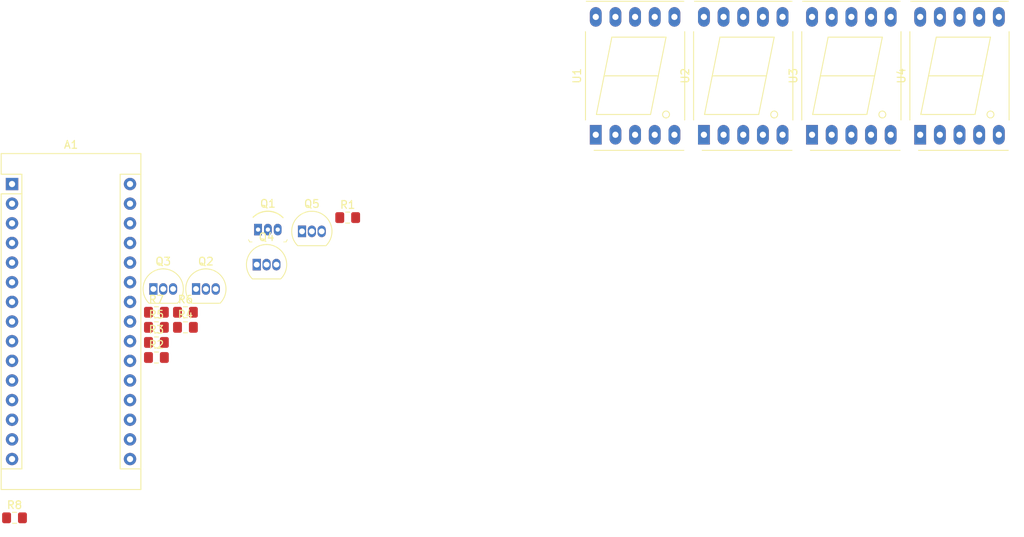
<source format=kicad_pcb>
(kicad_pcb (version 20171130) (host pcbnew "(5.0.0)")

  (general
    (thickness 1.6)
    (drawings 0)
    (tracks 0)
    (zones 0)
    (modules 18)
    (nets 28)
  )

  (page A4)
  (layers
    (0 F.Cu signal)
    (31 B.Cu signal)
    (32 B.Adhes user)
    (33 F.Adhes user)
    (34 B.Paste user)
    (35 F.Paste user)
    (36 B.SilkS user)
    (37 F.SilkS user)
    (38 B.Mask user)
    (39 F.Mask user)
    (40 Dwgs.User user)
    (41 Cmts.User user)
    (42 Eco1.User user)
    (43 Eco2.User user)
    (44 Edge.Cuts user)
    (45 Margin user)
    (46 B.CrtYd user)
    (47 F.CrtYd user)
    (48 B.Fab user)
    (49 F.Fab user)
  )

  (setup
    (last_trace_width 0.25)
    (trace_clearance 0.2)
    (zone_clearance 0.508)
    (zone_45_only no)
    (trace_min 0.2)
    (segment_width 0.2)
    (edge_width 0.15)
    (via_size 0.8)
    (via_drill 0.4)
    (via_min_size 0.4)
    (via_min_drill 0.3)
    (uvia_size 0.3)
    (uvia_drill 0.1)
    (uvias_allowed no)
    (uvia_min_size 0.2)
    (uvia_min_drill 0.1)
    (pcb_text_width 0.3)
    (pcb_text_size 1.5 1.5)
    (mod_edge_width 0.15)
    (mod_text_size 1 1)
    (mod_text_width 0.15)
    (pad_size 1.524 1.524)
    (pad_drill 0.762)
    (pad_to_mask_clearance 0.2)
    (aux_axis_origin 0 0)
    (visible_elements FFFFFF7F)
    (pcbplotparams
      (layerselection 0x010fc_ffffffff)
      (usegerberextensions false)
      (usegerberattributes false)
      (usegerberadvancedattributes false)
      (creategerberjobfile false)
      (excludeedgelayer true)
      (linewidth 0.100000)
      (plotframeref false)
      (viasonmask false)
      (mode 1)
      (useauxorigin false)
      (hpglpennumber 1)
      (hpglpenspeed 20)
      (hpglpendiameter 15.000000)
      (psnegative false)
      (psa4output false)
      (plotreference true)
      (plotvalue true)
      (plotinvisibletext false)
      (padsonsilk false)
      (subtractmaskfromsilk false)
      (outputformat 1)
      (mirror false)
      (drillshape 1)
      (scaleselection 1)
      (outputdirectory ""))
  )

  (net 0 "")
  (net 1 /A)
  (net 2 GND)
  (net 3 /B)
  (net 4 "Net-(A1-Pad5)")
  (net 5 /C)
  (net 6 /D)
  (net 7 "Net-(A1-Pad7)")
  (net 8 /E)
  (net 9 "Net-(A1-Pad8)")
  (net 10 /F)
  (net 11 "Net-(A1-Pad9)")
  (net 12 /G)
  (net 13 "Net-(A1-Pad10)")
  (net 14 /DP)
  (net 15 +5V)
  (net 16 "Net-(Q2-Pad3)")
  (net 17 "Net-(Q3-Pad3)")
  (net 18 "Net-(Q4-Pad3)")
  (net 19 "Net-(Q5-Pad3)")
  (net 20 "Net-(R1-Pad1)")
  (net 21 "Net-(R2-Pad1)")
  (net 22 "Net-(R3-Pad1)")
  (net 23 "Net-(R4-Pad1)")
  (net 24 "Net-(R5-Pad1)")
  (net 25 "Net-(R6-Pad1)")
  (net 26 "Net-(R7-Pad1)")
  (net 27 "Net-(R8-Pad1)")

  (net_class Default "This is the default net class."
    (clearance 0.2)
    (trace_width 0.25)
    (via_dia 0.8)
    (via_drill 0.4)
    (uvia_dia 0.3)
    (uvia_drill 0.1)
    (add_net +5V)
    (add_net /A)
    (add_net /B)
    (add_net /C)
    (add_net /D)
    (add_net /DP)
    (add_net /E)
    (add_net /F)
    (add_net /G)
    (add_net GND)
    (add_net "Net-(A1-Pad10)")
    (add_net "Net-(A1-Pad5)")
    (add_net "Net-(A1-Pad7)")
    (add_net "Net-(A1-Pad8)")
    (add_net "Net-(A1-Pad9)")
    (add_net "Net-(Q2-Pad3)")
    (add_net "Net-(Q3-Pad3)")
    (add_net "Net-(Q4-Pad3)")
    (add_net "Net-(Q5-Pad3)")
    (add_net "Net-(R1-Pad1)")
    (add_net "Net-(R2-Pad1)")
    (add_net "Net-(R3-Pad1)")
    (add_net "Net-(R4-Pad1)")
    (add_net "Net-(R5-Pad1)")
    (add_net "Net-(R6-Pad1)")
    (add_net "Net-(R7-Pad1)")
    (add_net "Net-(R8-Pad1)")
  )

  (module Module:Arduino_Nano (layer F.Cu) (tedit 58ACAF70) (tstamp 5DE0173D)
    (at 82.073001 74.951001)
    (descr "Arduino Nano, http://www.mouser.com/pdfdocs/Gravitech_Arduino_Nano3_0.pdf")
    (tags "Arduino Nano")
    (path /5DD0C0A6)
    (fp_text reference A1 (at 7.62 -5.08) (layer F.SilkS)
      (effects (font (size 1 1) (thickness 0.15)))
    )
    (fp_text value Arduino_Nano_v3.x (at 8.89 19.05 90) (layer F.Fab)
      (effects (font (size 1 1) (thickness 0.15)))
    )
    (fp_text user %R (at 6.35 19.05 90) (layer F.Fab)
      (effects (font (size 1 1) (thickness 0.15)))
    )
    (fp_line (start 1.27 1.27) (end 1.27 -1.27) (layer F.SilkS) (width 0.12))
    (fp_line (start 1.27 -1.27) (end -1.4 -1.27) (layer F.SilkS) (width 0.12))
    (fp_line (start -1.4 1.27) (end -1.4 39.5) (layer F.SilkS) (width 0.12))
    (fp_line (start -1.4 -3.94) (end -1.4 -1.27) (layer F.SilkS) (width 0.12))
    (fp_line (start 13.97 -1.27) (end 16.64 -1.27) (layer F.SilkS) (width 0.12))
    (fp_line (start 13.97 -1.27) (end 13.97 36.83) (layer F.SilkS) (width 0.12))
    (fp_line (start 13.97 36.83) (end 16.64 36.83) (layer F.SilkS) (width 0.12))
    (fp_line (start 1.27 1.27) (end -1.4 1.27) (layer F.SilkS) (width 0.12))
    (fp_line (start 1.27 1.27) (end 1.27 36.83) (layer F.SilkS) (width 0.12))
    (fp_line (start 1.27 36.83) (end -1.4 36.83) (layer F.SilkS) (width 0.12))
    (fp_line (start 3.81 31.75) (end 11.43 31.75) (layer F.Fab) (width 0.1))
    (fp_line (start 11.43 31.75) (end 11.43 41.91) (layer F.Fab) (width 0.1))
    (fp_line (start 11.43 41.91) (end 3.81 41.91) (layer F.Fab) (width 0.1))
    (fp_line (start 3.81 41.91) (end 3.81 31.75) (layer F.Fab) (width 0.1))
    (fp_line (start -1.4 39.5) (end 16.64 39.5) (layer F.SilkS) (width 0.12))
    (fp_line (start 16.64 39.5) (end 16.64 -3.94) (layer F.SilkS) (width 0.12))
    (fp_line (start 16.64 -3.94) (end -1.4 -3.94) (layer F.SilkS) (width 0.12))
    (fp_line (start 16.51 39.37) (end -1.27 39.37) (layer F.Fab) (width 0.1))
    (fp_line (start -1.27 39.37) (end -1.27 -2.54) (layer F.Fab) (width 0.1))
    (fp_line (start -1.27 -2.54) (end 0 -3.81) (layer F.Fab) (width 0.1))
    (fp_line (start 0 -3.81) (end 16.51 -3.81) (layer F.Fab) (width 0.1))
    (fp_line (start 16.51 -3.81) (end 16.51 39.37) (layer F.Fab) (width 0.1))
    (fp_line (start -1.53 -4.06) (end 16.75 -4.06) (layer F.CrtYd) (width 0.05))
    (fp_line (start -1.53 -4.06) (end -1.53 42.16) (layer F.CrtYd) (width 0.05))
    (fp_line (start 16.75 42.16) (end 16.75 -4.06) (layer F.CrtYd) (width 0.05))
    (fp_line (start 16.75 42.16) (end -1.53 42.16) (layer F.CrtYd) (width 0.05))
    (pad 1 thru_hole rect (at 0 0) (size 1.6 1.6) (drill 0.8) (layers *.Cu *.Mask))
    (pad 17 thru_hole oval (at 15.24 33.02) (size 1.6 1.6) (drill 0.8) (layers *.Cu *.Mask))
    (pad 2 thru_hole oval (at 0 2.54) (size 1.6 1.6) (drill 0.8) (layers *.Cu *.Mask))
    (pad 18 thru_hole oval (at 15.24 30.48) (size 1.6 1.6) (drill 0.8) (layers *.Cu *.Mask))
    (pad 3 thru_hole oval (at 0 5.08) (size 1.6 1.6) (drill 0.8) (layers *.Cu *.Mask))
    (pad 19 thru_hole oval (at 15.24 27.94) (size 1.6 1.6) (drill 0.8) (layers *.Cu *.Mask)
      (net 1 /A))
    (pad 4 thru_hole oval (at 0 7.62) (size 1.6 1.6) (drill 0.8) (layers *.Cu *.Mask)
      (net 2 GND))
    (pad 20 thru_hole oval (at 15.24 25.4) (size 1.6 1.6) (drill 0.8) (layers *.Cu *.Mask)
      (net 3 /B))
    (pad 5 thru_hole oval (at 0 10.16) (size 1.6 1.6) (drill 0.8) (layers *.Cu *.Mask)
      (net 4 "Net-(A1-Pad5)"))
    (pad 21 thru_hole oval (at 15.24 22.86) (size 1.6 1.6) (drill 0.8) (layers *.Cu *.Mask)
      (net 5 /C))
    (pad 6 thru_hole oval (at 0 12.7) (size 1.6 1.6) (drill 0.8) (layers *.Cu *.Mask))
    (pad 22 thru_hole oval (at 15.24 20.32) (size 1.6 1.6) (drill 0.8) (layers *.Cu *.Mask)
      (net 6 /D))
    (pad 7 thru_hole oval (at 0 15.24) (size 1.6 1.6) (drill 0.8) (layers *.Cu *.Mask)
      (net 7 "Net-(A1-Pad7)"))
    (pad 23 thru_hole oval (at 15.24 17.78) (size 1.6 1.6) (drill 0.8) (layers *.Cu *.Mask)
      (net 8 /E))
    (pad 8 thru_hole oval (at 0 17.78) (size 1.6 1.6) (drill 0.8) (layers *.Cu *.Mask)
      (net 9 "Net-(A1-Pad8)"))
    (pad 24 thru_hole oval (at 15.24 15.24) (size 1.6 1.6) (drill 0.8) (layers *.Cu *.Mask)
      (net 10 /F))
    (pad 9 thru_hole oval (at 0 20.32) (size 1.6 1.6) (drill 0.8) (layers *.Cu *.Mask)
      (net 11 "Net-(A1-Pad9)"))
    (pad 25 thru_hole oval (at 15.24 12.7) (size 1.6 1.6) (drill 0.8) (layers *.Cu *.Mask)
      (net 12 /G))
    (pad 10 thru_hole oval (at 0 22.86) (size 1.6 1.6) (drill 0.8) (layers *.Cu *.Mask)
      (net 13 "Net-(A1-Pad10)"))
    (pad 26 thru_hole oval (at 15.24 10.16) (size 1.6 1.6) (drill 0.8) (layers *.Cu *.Mask)
      (net 14 /DP))
    (pad 11 thru_hole oval (at 0 25.4) (size 1.6 1.6) (drill 0.8) (layers *.Cu *.Mask))
    (pad 27 thru_hole oval (at 15.24 7.62) (size 1.6 1.6) (drill 0.8) (layers *.Cu *.Mask))
    (pad 12 thru_hole oval (at 0 27.94) (size 1.6 1.6) (drill 0.8) (layers *.Cu *.Mask))
    (pad 28 thru_hole oval (at 15.24 5.08) (size 1.6 1.6) (drill 0.8) (layers *.Cu *.Mask))
    (pad 13 thru_hole oval (at 0 30.48) (size 1.6 1.6) (drill 0.8) (layers *.Cu *.Mask))
    (pad 29 thru_hole oval (at 15.24 2.54) (size 1.6 1.6) (drill 0.8) (layers *.Cu *.Mask)
      (net 2 GND))
    (pad 14 thru_hole oval (at 0 33.02) (size 1.6 1.6) (drill 0.8) (layers *.Cu *.Mask))
    (pad 30 thru_hole oval (at 15.24 0) (size 1.6 1.6) (drill 0.8) (layers *.Cu *.Mask)
      (net 15 +5V))
    (pad 15 thru_hole oval (at 0 35.56) (size 1.6 1.6) (drill 0.8) (layers *.Cu *.Mask))
    (pad 16 thru_hole oval (at 15.24 35.56) (size 1.6 1.6) (drill 0.8) (layers *.Cu *.Mask))
    (model ${KISYS3DMOD}/Module.3dshapes/Arduino_Nano_WithMountingHoles.wrl
      (at (xyz 0 0 0))
      (scale (xyz 1 1 1))
      (rotate (xyz 0 0 0))
    )
  )

  (module digikey-footprints:TO-92-3 (layer F.Cu) (tedit 5AF9CDD1) (tstamp 5DE01751)
    (at 113.853001 80.841001)
    (descr http://www.ti.com/lit/ds/symlink/tl431a.pdf)
    (path /5DD0AED7)
    (fp_text reference Q1 (at 1.27 -3.35) (layer F.SilkS)
      (effects (font (size 1 1) (thickness 0.15)))
    )
    (fp_text value OH090U (at 1.27 2.5) (layer F.Fab)
      (effects (font (size 1 1) (thickness 0.15)))
    )
    (fp_arc (start 1.27 0.35) (end -0.63 -1.6) (angle 90) (layer F.SilkS) (width 0.15))
    (fp_line (start 3.57 1.5) (end -1.03 1.5) (layer F.Fab) (width 0.15))
    (fp_arc (start 1.27 0.3) (end -1.03 1.5) (angle 235) (layer F.Fab) (width 0.15))
    (fp_arc (start 1.27 0.3) (end -1.33 0.3) (angle 90) (layer F.Fab) (width 0.15))
    (fp_line (start -1.63 -2.5) (end 4.17 -2.5) (layer F.CrtYd) (width 0.05))
    (fp_line (start -1.63 1.75) (end 4.17 1.75) (layer F.CrtYd) (width 0.05))
    (fp_line (start -1.63 1.75) (end -1.63 -2.5) (layer F.CrtYd) (width 0.05))
    (fp_line (start 4.17 1.75) (end 4.17 -2.5) (layer F.CrtYd) (width 0.05))
    (fp_line (start 3.62 1.6) (end 3.77 1.3) (layer F.SilkS) (width 0.1))
    (fp_line (start 3.62 1.6) (end 3.32 1.6) (layer F.SilkS) (width 0.1))
    (fp_line (start -0.78 1.6) (end -1.08 1.6) (layer F.SilkS) (width 0.1))
    (fp_line (start -1.08 1.6) (end -1.23 1.3) (layer F.SilkS) (width 0.1))
    (fp_text user %R (at 1.27 -1.25 180) (layer F.Fab)
      (effects (font (size 0.75 0.75) (thickness 0.15)))
    )
    (pad 2 thru_hole oval (at 1.27 0 180) (size 1 1.5) (drill 0.55) (layers *.Cu *.Mask)
      (net 2 GND))
    (pad 3 thru_hole oval (at 2.54 0 180) (size 1 1.5) (drill 0.55) (layers *.Cu *.Mask)
      (net 4 "Net-(A1-Pad5)"))
    (pad 1 thru_hole rect (at 0 0 180) (size 1 1.5) (drill 0.55) (layers *.Cu *.Mask)
      (net 15 +5V))
  )

  (module Package_TO_SOT_THT:TO-92_Inline (layer F.Cu) (tedit 5A1DD157) (tstamp 5DE01763)
    (at 105.843001 88.521001)
    (descr "TO-92 leads in-line, narrow, oval pads, drill 0.75mm (see NXP sot054_po.pdf)")
    (tags "to-92 sc-43 sc-43a sot54 PA33 transistor")
    (path /5DD4EE49)
    (fp_text reference Q2 (at 1.27 -3.56) (layer F.SilkS)
      (effects (font (size 1 1) (thickness 0.15)))
    )
    (fp_text value 2N7000 (at 1.27 2.79) (layer F.Fab)
      (effects (font (size 1 1) (thickness 0.15)))
    )
    (fp_arc (start 1.27 0) (end 1.27 -2.6) (angle 135) (layer F.SilkS) (width 0.12))
    (fp_arc (start 1.27 0) (end 1.27 -2.48) (angle -135) (layer F.Fab) (width 0.1))
    (fp_arc (start 1.27 0) (end 1.27 -2.6) (angle -135) (layer F.SilkS) (width 0.12))
    (fp_arc (start 1.27 0) (end 1.27 -2.48) (angle 135) (layer F.Fab) (width 0.1))
    (fp_line (start 4 2.01) (end -1.46 2.01) (layer F.CrtYd) (width 0.05))
    (fp_line (start 4 2.01) (end 4 -2.73) (layer F.CrtYd) (width 0.05))
    (fp_line (start -1.46 -2.73) (end -1.46 2.01) (layer F.CrtYd) (width 0.05))
    (fp_line (start -1.46 -2.73) (end 4 -2.73) (layer F.CrtYd) (width 0.05))
    (fp_line (start -0.5 1.75) (end 3 1.75) (layer F.Fab) (width 0.1))
    (fp_line (start -0.53 1.85) (end 3.07 1.85) (layer F.SilkS) (width 0.12))
    (fp_text user %R (at 1.27 -3.56) (layer F.Fab)
      (effects (font (size 1 1) (thickness 0.15)))
    )
    (pad 1 thru_hole rect (at 0 0) (size 1.05 1.5) (drill 0.75) (layers *.Cu *.Mask)
      (net 2 GND))
    (pad 3 thru_hole oval (at 2.54 0) (size 1.05 1.5) (drill 0.75) (layers *.Cu *.Mask)
      (net 16 "Net-(Q2-Pad3)"))
    (pad 2 thru_hole oval (at 1.27 0) (size 1.05 1.5) (drill 0.75) (layers *.Cu *.Mask)
      (net 13 "Net-(A1-Pad10)"))
    (model ${KISYS3DMOD}/Package_TO_SOT_THT.3dshapes/TO-92_Inline.wrl
      (at (xyz 0 0 0))
      (scale (xyz 1 1 1))
      (rotate (xyz 0 0 0))
    )
  )

  (module Package_TO_SOT_THT:TO-92_Inline (layer F.Cu) (tedit 5A1DD157) (tstamp 5DE01775)
    (at 100.333001 88.521001)
    (descr "TO-92 leads in-line, narrow, oval pads, drill 0.75mm (see NXP sot054_po.pdf)")
    (tags "to-92 sc-43 sc-43a sot54 PA33 transistor")
    (path /5DD4EFC7)
    (fp_text reference Q3 (at 1.27 -3.56) (layer F.SilkS)
      (effects (font (size 1 1) (thickness 0.15)))
    )
    (fp_text value 2N7000 (at 1.27 2.79) (layer F.Fab)
      (effects (font (size 1 1) (thickness 0.15)))
    )
    (fp_text user %R (at 1.27 -3.56) (layer F.Fab)
      (effects (font (size 1 1) (thickness 0.15)))
    )
    (fp_line (start -0.53 1.85) (end 3.07 1.85) (layer F.SilkS) (width 0.12))
    (fp_line (start -0.5 1.75) (end 3 1.75) (layer F.Fab) (width 0.1))
    (fp_line (start -1.46 -2.73) (end 4 -2.73) (layer F.CrtYd) (width 0.05))
    (fp_line (start -1.46 -2.73) (end -1.46 2.01) (layer F.CrtYd) (width 0.05))
    (fp_line (start 4 2.01) (end 4 -2.73) (layer F.CrtYd) (width 0.05))
    (fp_line (start 4 2.01) (end -1.46 2.01) (layer F.CrtYd) (width 0.05))
    (fp_arc (start 1.27 0) (end 1.27 -2.48) (angle 135) (layer F.Fab) (width 0.1))
    (fp_arc (start 1.27 0) (end 1.27 -2.6) (angle -135) (layer F.SilkS) (width 0.12))
    (fp_arc (start 1.27 0) (end 1.27 -2.48) (angle -135) (layer F.Fab) (width 0.1))
    (fp_arc (start 1.27 0) (end 1.27 -2.6) (angle 135) (layer F.SilkS) (width 0.12))
    (pad 2 thru_hole oval (at 1.27 0) (size 1.05 1.5) (drill 0.75) (layers *.Cu *.Mask)
      (net 11 "Net-(A1-Pad9)"))
    (pad 3 thru_hole oval (at 2.54 0) (size 1.05 1.5) (drill 0.75) (layers *.Cu *.Mask)
      (net 17 "Net-(Q3-Pad3)"))
    (pad 1 thru_hole rect (at 0 0) (size 1.05 1.5) (drill 0.75) (layers *.Cu *.Mask)
      (net 2 GND))
    (model ${KISYS3DMOD}/Package_TO_SOT_THT.3dshapes/TO-92_Inline.wrl
      (at (xyz 0 0 0))
      (scale (xyz 1 1 1))
      (rotate (xyz 0 0 0))
    )
  )

  (module Package_TO_SOT_THT:TO-92_Inline (layer F.Cu) (tedit 5A1DD157) (tstamp 5DE01787)
    (at 113.683001 85.371001)
    (descr "TO-92 leads in-line, narrow, oval pads, drill 0.75mm (see NXP sot054_po.pdf)")
    (tags "to-92 sc-43 sc-43a sot54 PA33 transistor")
    (path /5DD4F00F)
    (fp_text reference Q4 (at 1.27 -3.56) (layer F.SilkS)
      (effects (font (size 1 1) (thickness 0.15)))
    )
    (fp_text value 2N7000 (at 1.27 2.79) (layer F.Fab)
      (effects (font (size 1 1) (thickness 0.15)))
    )
    (fp_arc (start 1.27 0) (end 1.27 -2.6) (angle 135) (layer F.SilkS) (width 0.12))
    (fp_arc (start 1.27 0) (end 1.27 -2.48) (angle -135) (layer F.Fab) (width 0.1))
    (fp_arc (start 1.27 0) (end 1.27 -2.6) (angle -135) (layer F.SilkS) (width 0.12))
    (fp_arc (start 1.27 0) (end 1.27 -2.48) (angle 135) (layer F.Fab) (width 0.1))
    (fp_line (start 4 2.01) (end -1.46 2.01) (layer F.CrtYd) (width 0.05))
    (fp_line (start 4 2.01) (end 4 -2.73) (layer F.CrtYd) (width 0.05))
    (fp_line (start -1.46 -2.73) (end -1.46 2.01) (layer F.CrtYd) (width 0.05))
    (fp_line (start -1.46 -2.73) (end 4 -2.73) (layer F.CrtYd) (width 0.05))
    (fp_line (start -0.5 1.75) (end 3 1.75) (layer F.Fab) (width 0.1))
    (fp_line (start -0.53 1.85) (end 3.07 1.85) (layer F.SilkS) (width 0.12))
    (fp_text user %R (at 1.27 -3.56) (layer F.Fab)
      (effects (font (size 1 1) (thickness 0.15)))
    )
    (pad 1 thru_hole rect (at 0 0) (size 1.05 1.5) (drill 0.75) (layers *.Cu *.Mask)
      (net 2 GND))
    (pad 3 thru_hole oval (at 2.54 0) (size 1.05 1.5) (drill 0.75) (layers *.Cu *.Mask)
      (net 18 "Net-(Q4-Pad3)"))
    (pad 2 thru_hole oval (at 1.27 0) (size 1.05 1.5) (drill 0.75) (layers *.Cu *.Mask)
      (net 9 "Net-(A1-Pad8)"))
    (model ${KISYS3DMOD}/Package_TO_SOT_THT.3dshapes/TO-92_Inline.wrl
      (at (xyz 0 0 0))
      (scale (xyz 1 1 1))
      (rotate (xyz 0 0 0))
    )
  )

  (module Package_TO_SOT_THT:TO-92_Inline (layer F.Cu) (tedit 5A1DD157) (tstamp 5DE01799)
    (at 119.533001 81.071001)
    (descr "TO-92 leads in-line, narrow, oval pads, drill 0.75mm (see NXP sot054_po.pdf)")
    (tags "to-92 sc-43 sc-43a sot54 PA33 transistor")
    (path /5DD4F110)
    (fp_text reference Q5 (at 1.27 -3.56) (layer F.SilkS)
      (effects (font (size 1 1) (thickness 0.15)))
    )
    (fp_text value 2N7000 (at 1.27 2.79) (layer F.Fab)
      (effects (font (size 1 1) (thickness 0.15)))
    )
    (fp_text user %R (at 1.27 -3.56) (layer F.Fab)
      (effects (font (size 1 1) (thickness 0.15)))
    )
    (fp_line (start -0.53 1.85) (end 3.07 1.85) (layer F.SilkS) (width 0.12))
    (fp_line (start -0.5 1.75) (end 3 1.75) (layer F.Fab) (width 0.1))
    (fp_line (start -1.46 -2.73) (end 4 -2.73) (layer F.CrtYd) (width 0.05))
    (fp_line (start -1.46 -2.73) (end -1.46 2.01) (layer F.CrtYd) (width 0.05))
    (fp_line (start 4 2.01) (end 4 -2.73) (layer F.CrtYd) (width 0.05))
    (fp_line (start 4 2.01) (end -1.46 2.01) (layer F.CrtYd) (width 0.05))
    (fp_arc (start 1.27 0) (end 1.27 -2.48) (angle 135) (layer F.Fab) (width 0.1))
    (fp_arc (start 1.27 0) (end 1.27 -2.6) (angle -135) (layer F.SilkS) (width 0.12))
    (fp_arc (start 1.27 0) (end 1.27 -2.48) (angle -135) (layer F.Fab) (width 0.1))
    (fp_arc (start 1.27 0) (end 1.27 -2.6) (angle 135) (layer F.SilkS) (width 0.12))
    (pad 2 thru_hole oval (at 1.27 0) (size 1.05 1.5) (drill 0.75) (layers *.Cu *.Mask)
      (net 7 "Net-(A1-Pad7)"))
    (pad 3 thru_hole oval (at 2.54 0) (size 1.05 1.5) (drill 0.75) (layers *.Cu *.Mask)
      (net 19 "Net-(Q5-Pad3)"))
    (pad 1 thru_hole rect (at 0 0) (size 1.05 1.5) (drill 0.75) (layers *.Cu *.Mask)
      (net 2 GND))
    (model ${KISYS3DMOD}/Package_TO_SOT_THT.3dshapes/TO-92_Inline.wrl
      (at (xyz 0 0 0))
      (scale (xyz 1 1 1))
      (rotate (xyz 0 0 0))
    )
  )

  (module Resistor_SMD:R_0805_2012Metric_Pad1.15x1.40mm_HandSolder (layer F.Cu) (tedit 5B36C52B) (tstamp 5DE017AA)
    (at 125.433001 79.291001)
    (descr "Resistor SMD 0805 (2012 Metric), square (rectangular) end terminal, IPC_7351 nominal with elongated pad for handsoldering. (Body size source: https://docs.google.com/spreadsheets/d/1BsfQQcO9C6DZCsRaXUlFlo91Tg2WpOkGARC1WS5S8t0/edit?usp=sharing), generated with kicad-footprint-generator")
    (tags "resistor handsolder")
    (path /5DD11DEE)
    (attr smd)
    (fp_text reference R1 (at 0 -1.65) (layer F.SilkS)
      (effects (font (size 1 1) (thickness 0.15)))
    )
    (fp_text value 470 (at 0 1.65) (layer F.Fab)
      (effects (font (size 1 1) (thickness 0.15)))
    )
    (fp_line (start -1 0.6) (end -1 -0.6) (layer F.Fab) (width 0.1))
    (fp_line (start -1 -0.6) (end 1 -0.6) (layer F.Fab) (width 0.1))
    (fp_line (start 1 -0.6) (end 1 0.6) (layer F.Fab) (width 0.1))
    (fp_line (start 1 0.6) (end -1 0.6) (layer F.Fab) (width 0.1))
    (fp_line (start -0.261252 -0.71) (end 0.261252 -0.71) (layer F.SilkS) (width 0.12))
    (fp_line (start -0.261252 0.71) (end 0.261252 0.71) (layer F.SilkS) (width 0.12))
    (fp_line (start -1.85 0.95) (end -1.85 -0.95) (layer F.CrtYd) (width 0.05))
    (fp_line (start -1.85 -0.95) (end 1.85 -0.95) (layer F.CrtYd) (width 0.05))
    (fp_line (start 1.85 -0.95) (end 1.85 0.95) (layer F.CrtYd) (width 0.05))
    (fp_line (start 1.85 0.95) (end -1.85 0.95) (layer F.CrtYd) (width 0.05))
    (fp_text user %R (at 0 0) (layer F.Fab)
      (effects (font (size 0.5 0.5) (thickness 0.08)))
    )
    (pad 1 smd roundrect (at -1.025 0) (size 1.15 1.4) (layers F.Cu F.Paste F.Mask) (roundrect_rratio 0.217391)
      (net 20 "Net-(R1-Pad1)"))
    (pad 2 smd roundrect (at 1.025 0) (size 1.15 1.4) (layers F.Cu F.Paste F.Mask) (roundrect_rratio 0.217391)
      (net 1 /A))
    (model ${KISYS3DMOD}/Resistor_SMD.3dshapes/R_0805_2012Metric.wrl
      (at (xyz 0 0 0))
      (scale (xyz 1 1 1))
      (rotate (xyz 0 0 0))
    )
  )

  (module Resistor_SMD:R_0805_2012Metric_Pad1.15x1.40mm_HandSolder (layer F.Cu) (tedit 5B36C52B) (tstamp 5DE017BB)
    (at 100.723001 97.381001)
    (descr "Resistor SMD 0805 (2012 Metric), square (rectangular) end terminal, IPC_7351 nominal with elongated pad for handsoldering. (Body size source: https://docs.google.com/spreadsheets/d/1BsfQQcO9C6DZCsRaXUlFlo91Tg2WpOkGARC1WS5S8t0/edit?usp=sharing), generated with kicad-footprint-generator")
    (tags "resistor handsolder")
    (path /5DD193B1)
    (attr smd)
    (fp_text reference R2 (at 0 -1.65) (layer F.SilkS)
      (effects (font (size 1 1) (thickness 0.15)))
    )
    (fp_text value 470 (at 0 1.65) (layer F.Fab)
      (effects (font (size 1 1) (thickness 0.15)))
    )
    (fp_text user %R (at 0 0) (layer F.Fab)
      (effects (font (size 0.5 0.5) (thickness 0.08)))
    )
    (fp_line (start 1.85 0.95) (end -1.85 0.95) (layer F.CrtYd) (width 0.05))
    (fp_line (start 1.85 -0.95) (end 1.85 0.95) (layer F.CrtYd) (width 0.05))
    (fp_line (start -1.85 -0.95) (end 1.85 -0.95) (layer F.CrtYd) (width 0.05))
    (fp_line (start -1.85 0.95) (end -1.85 -0.95) (layer F.CrtYd) (width 0.05))
    (fp_line (start -0.261252 0.71) (end 0.261252 0.71) (layer F.SilkS) (width 0.12))
    (fp_line (start -0.261252 -0.71) (end 0.261252 -0.71) (layer F.SilkS) (width 0.12))
    (fp_line (start 1 0.6) (end -1 0.6) (layer F.Fab) (width 0.1))
    (fp_line (start 1 -0.6) (end 1 0.6) (layer F.Fab) (width 0.1))
    (fp_line (start -1 -0.6) (end 1 -0.6) (layer F.Fab) (width 0.1))
    (fp_line (start -1 0.6) (end -1 -0.6) (layer F.Fab) (width 0.1))
    (pad 2 smd roundrect (at 1.025 0) (size 1.15 1.4) (layers F.Cu F.Paste F.Mask) (roundrect_rratio 0.217391)
      (net 3 /B))
    (pad 1 smd roundrect (at -1.025 0) (size 1.15 1.4) (layers F.Cu F.Paste F.Mask) (roundrect_rratio 0.217391)
      (net 21 "Net-(R2-Pad1)"))
    (model ${KISYS3DMOD}/Resistor_SMD.3dshapes/R_0805_2012Metric.wrl
      (at (xyz 0 0 0))
      (scale (xyz 1 1 1))
      (rotate (xyz 0 0 0))
    )
  )

  (module Resistor_SMD:R_0805_2012Metric_Pad1.15x1.40mm_HandSolder (layer F.Cu) (tedit 5B36C52B) (tstamp 5DE017CC)
    (at 100.723001 95.431001)
    (descr "Resistor SMD 0805 (2012 Metric), square (rectangular) end terminal, IPC_7351 nominal with elongated pad for handsoldering. (Body size source: https://docs.google.com/spreadsheets/d/1BsfQQcO9C6DZCsRaXUlFlo91Tg2WpOkGARC1WS5S8t0/edit?usp=sharing), generated with kicad-footprint-generator")
    (tags "resistor handsolder")
    (path /5DD193CD)
    (attr smd)
    (fp_text reference R3 (at 0 -1.65) (layer F.SilkS)
      (effects (font (size 1 1) (thickness 0.15)))
    )
    (fp_text value 470 (at 0 1.65) (layer F.Fab)
      (effects (font (size 1 1) (thickness 0.15)))
    )
    (fp_line (start -1 0.6) (end -1 -0.6) (layer F.Fab) (width 0.1))
    (fp_line (start -1 -0.6) (end 1 -0.6) (layer F.Fab) (width 0.1))
    (fp_line (start 1 -0.6) (end 1 0.6) (layer F.Fab) (width 0.1))
    (fp_line (start 1 0.6) (end -1 0.6) (layer F.Fab) (width 0.1))
    (fp_line (start -0.261252 -0.71) (end 0.261252 -0.71) (layer F.SilkS) (width 0.12))
    (fp_line (start -0.261252 0.71) (end 0.261252 0.71) (layer F.SilkS) (width 0.12))
    (fp_line (start -1.85 0.95) (end -1.85 -0.95) (layer F.CrtYd) (width 0.05))
    (fp_line (start -1.85 -0.95) (end 1.85 -0.95) (layer F.CrtYd) (width 0.05))
    (fp_line (start 1.85 -0.95) (end 1.85 0.95) (layer F.CrtYd) (width 0.05))
    (fp_line (start 1.85 0.95) (end -1.85 0.95) (layer F.CrtYd) (width 0.05))
    (fp_text user %R (at 0 0) (layer F.Fab)
      (effects (font (size 0.5 0.5) (thickness 0.08)))
    )
    (pad 1 smd roundrect (at -1.025 0) (size 1.15 1.4) (layers F.Cu F.Paste F.Mask) (roundrect_rratio 0.217391)
      (net 22 "Net-(R3-Pad1)"))
    (pad 2 smd roundrect (at 1.025 0) (size 1.15 1.4) (layers F.Cu F.Paste F.Mask) (roundrect_rratio 0.217391)
      (net 5 /C))
    (model ${KISYS3DMOD}/Resistor_SMD.3dshapes/R_0805_2012Metric.wrl
      (at (xyz 0 0 0))
      (scale (xyz 1 1 1))
      (rotate (xyz 0 0 0))
    )
  )

  (module Resistor_SMD:R_0805_2012Metric_Pad1.15x1.40mm_HandSolder (layer F.Cu) (tedit 5B36C52B) (tstamp 5DE017DD)
    (at 104.473001 93.481001)
    (descr "Resistor SMD 0805 (2012 Metric), square (rectangular) end terminal, IPC_7351 nominal with elongated pad for handsoldering. (Body size source: https://docs.google.com/spreadsheets/d/1BsfQQcO9C6DZCsRaXUlFlo91Tg2WpOkGARC1WS5S8t0/edit?usp=sharing), generated with kicad-footprint-generator")
    (tags "resistor handsolder")
    (path /5DD193EB)
    (attr smd)
    (fp_text reference R4 (at 0 -1.65) (layer F.SilkS)
      (effects (font (size 1 1) (thickness 0.15)))
    )
    (fp_text value 470 (at 0 1.65) (layer F.Fab)
      (effects (font (size 1 1) (thickness 0.15)))
    )
    (fp_text user %R (at 0 0) (layer F.Fab)
      (effects (font (size 0.5 0.5) (thickness 0.08)))
    )
    (fp_line (start 1.85 0.95) (end -1.85 0.95) (layer F.CrtYd) (width 0.05))
    (fp_line (start 1.85 -0.95) (end 1.85 0.95) (layer F.CrtYd) (width 0.05))
    (fp_line (start -1.85 -0.95) (end 1.85 -0.95) (layer F.CrtYd) (width 0.05))
    (fp_line (start -1.85 0.95) (end -1.85 -0.95) (layer F.CrtYd) (width 0.05))
    (fp_line (start -0.261252 0.71) (end 0.261252 0.71) (layer F.SilkS) (width 0.12))
    (fp_line (start -0.261252 -0.71) (end 0.261252 -0.71) (layer F.SilkS) (width 0.12))
    (fp_line (start 1 0.6) (end -1 0.6) (layer F.Fab) (width 0.1))
    (fp_line (start 1 -0.6) (end 1 0.6) (layer F.Fab) (width 0.1))
    (fp_line (start -1 -0.6) (end 1 -0.6) (layer F.Fab) (width 0.1))
    (fp_line (start -1 0.6) (end -1 -0.6) (layer F.Fab) (width 0.1))
    (pad 2 smd roundrect (at 1.025 0) (size 1.15 1.4) (layers F.Cu F.Paste F.Mask) (roundrect_rratio 0.217391)
      (net 6 /D))
    (pad 1 smd roundrect (at -1.025 0) (size 1.15 1.4) (layers F.Cu F.Paste F.Mask) (roundrect_rratio 0.217391)
      (net 23 "Net-(R4-Pad1)"))
    (model ${KISYS3DMOD}/Resistor_SMD.3dshapes/R_0805_2012Metric.wrl
      (at (xyz 0 0 0))
      (scale (xyz 1 1 1))
      (rotate (xyz 0 0 0))
    )
  )

  (module Resistor_SMD:R_0805_2012Metric_Pad1.15x1.40mm_HandSolder (layer F.Cu) (tedit 5B36C52B) (tstamp 5DE017EE)
    (at 100.723001 93.481001)
    (descr "Resistor SMD 0805 (2012 Metric), square (rectangular) end terminal, IPC_7351 nominal with elongated pad for handsoldering. (Body size source: https://docs.google.com/spreadsheets/d/1BsfQQcO9C6DZCsRaXUlFlo91Tg2WpOkGARC1WS5S8t0/edit?usp=sharing), generated with kicad-footprint-generator")
    (tags "resistor handsolder")
    (path /5DD1940B)
    (attr smd)
    (fp_text reference R5 (at 0 -1.65) (layer F.SilkS)
      (effects (font (size 1 1) (thickness 0.15)))
    )
    (fp_text value 470 (at 0 1.65) (layer F.Fab)
      (effects (font (size 1 1) (thickness 0.15)))
    )
    (fp_line (start -1 0.6) (end -1 -0.6) (layer F.Fab) (width 0.1))
    (fp_line (start -1 -0.6) (end 1 -0.6) (layer F.Fab) (width 0.1))
    (fp_line (start 1 -0.6) (end 1 0.6) (layer F.Fab) (width 0.1))
    (fp_line (start 1 0.6) (end -1 0.6) (layer F.Fab) (width 0.1))
    (fp_line (start -0.261252 -0.71) (end 0.261252 -0.71) (layer F.SilkS) (width 0.12))
    (fp_line (start -0.261252 0.71) (end 0.261252 0.71) (layer F.SilkS) (width 0.12))
    (fp_line (start -1.85 0.95) (end -1.85 -0.95) (layer F.CrtYd) (width 0.05))
    (fp_line (start -1.85 -0.95) (end 1.85 -0.95) (layer F.CrtYd) (width 0.05))
    (fp_line (start 1.85 -0.95) (end 1.85 0.95) (layer F.CrtYd) (width 0.05))
    (fp_line (start 1.85 0.95) (end -1.85 0.95) (layer F.CrtYd) (width 0.05))
    (fp_text user %R (at 0 0) (layer F.Fab)
      (effects (font (size 0.5 0.5) (thickness 0.08)))
    )
    (pad 1 smd roundrect (at -1.025 0) (size 1.15 1.4) (layers F.Cu F.Paste F.Mask) (roundrect_rratio 0.217391)
      (net 24 "Net-(R5-Pad1)"))
    (pad 2 smd roundrect (at 1.025 0) (size 1.15 1.4) (layers F.Cu F.Paste F.Mask) (roundrect_rratio 0.217391)
      (net 8 /E))
    (model ${KISYS3DMOD}/Resistor_SMD.3dshapes/R_0805_2012Metric.wrl
      (at (xyz 0 0 0))
      (scale (xyz 1 1 1))
      (rotate (xyz 0 0 0))
    )
  )

  (module Resistor_SMD:R_0805_2012Metric_Pad1.15x1.40mm_HandSolder (layer F.Cu) (tedit 5B36C52B) (tstamp 5DE017FF)
    (at 104.473001 91.531001)
    (descr "Resistor SMD 0805 (2012 Metric), square (rectangular) end terminal, IPC_7351 nominal with elongated pad for handsoldering. (Body size source: https://docs.google.com/spreadsheets/d/1BsfQQcO9C6DZCsRaXUlFlo91Tg2WpOkGARC1WS5S8t0/edit?usp=sharing), generated with kicad-footprint-generator")
    (tags "resistor handsolder")
    (path /5DD1942D)
    (attr smd)
    (fp_text reference R6 (at 0 -1.65) (layer F.SilkS)
      (effects (font (size 1 1) (thickness 0.15)))
    )
    (fp_text value 470 (at 0 1.65) (layer F.Fab)
      (effects (font (size 1 1) (thickness 0.15)))
    )
    (fp_text user %R (at 0 0) (layer F.Fab)
      (effects (font (size 0.5 0.5) (thickness 0.08)))
    )
    (fp_line (start 1.85 0.95) (end -1.85 0.95) (layer F.CrtYd) (width 0.05))
    (fp_line (start 1.85 -0.95) (end 1.85 0.95) (layer F.CrtYd) (width 0.05))
    (fp_line (start -1.85 -0.95) (end 1.85 -0.95) (layer F.CrtYd) (width 0.05))
    (fp_line (start -1.85 0.95) (end -1.85 -0.95) (layer F.CrtYd) (width 0.05))
    (fp_line (start -0.261252 0.71) (end 0.261252 0.71) (layer F.SilkS) (width 0.12))
    (fp_line (start -0.261252 -0.71) (end 0.261252 -0.71) (layer F.SilkS) (width 0.12))
    (fp_line (start 1 0.6) (end -1 0.6) (layer F.Fab) (width 0.1))
    (fp_line (start 1 -0.6) (end 1 0.6) (layer F.Fab) (width 0.1))
    (fp_line (start -1 -0.6) (end 1 -0.6) (layer F.Fab) (width 0.1))
    (fp_line (start -1 0.6) (end -1 -0.6) (layer F.Fab) (width 0.1))
    (pad 2 smd roundrect (at 1.025 0) (size 1.15 1.4) (layers F.Cu F.Paste F.Mask) (roundrect_rratio 0.217391)
      (net 10 /F))
    (pad 1 smd roundrect (at -1.025 0) (size 1.15 1.4) (layers F.Cu F.Paste F.Mask) (roundrect_rratio 0.217391)
      (net 25 "Net-(R6-Pad1)"))
    (model ${KISYS3DMOD}/Resistor_SMD.3dshapes/R_0805_2012Metric.wrl
      (at (xyz 0 0 0))
      (scale (xyz 1 1 1))
      (rotate (xyz 0 0 0))
    )
  )

  (module Resistor_SMD:R_0805_2012Metric_Pad1.15x1.40mm_HandSolder (layer F.Cu) (tedit 5B36C52B) (tstamp 5DE01810)
    (at 100.723001 91.531001)
    (descr "Resistor SMD 0805 (2012 Metric), square (rectangular) end terminal, IPC_7351 nominal with elongated pad for handsoldering. (Body size source: https://docs.google.com/spreadsheets/d/1BsfQQcO9C6DZCsRaXUlFlo91Tg2WpOkGARC1WS5S8t0/edit?usp=sharing), generated with kicad-footprint-generator")
    (tags "resistor handsolder")
    (path /5DD19451)
    (attr smd)
    (fp_text reference R7 (at 0 -1.65) (layer F.SilkS)
      (effects (font (size 1 1) (thickness 0.15)))
    )
    (fp_text value 470 (at 0 1.65) (layer F.Fab)
      (effects (font (size 1 1) (thickness 0.15)))
    )
    (fp_line (start -1 0.6) (end -1 -0.6) (layer F.Fab) (width 0.1))
    (fp_line (start -1 -0.6) (end 1 -0.6) (layer F.Fab) (width 0.1))
    (fp_line (start 1 -0.6) (end 1 0.6) (layer F.Fab) (width 0.1))
    (fp_line (start 1 0.6) (end -1 0.6) (layer F.Fab) (width 0.1))
    (fp_line (start -0.261252 -0.71) (end 0.261252 -0.71) (layer F.SilkS) (width 0.12))
    (fp_line (start -0.261252 0.71) (end 0.261252 0.71) (layer F.SilkS) (width 0.12))
    (fp_line (start -1.85 0.95) (end -1.85 -0.95) (layer F.CrtYd) (width 0.05))
    (fp_line (start -1.85 -0.95) (end 1.85 -0.95) (layer F.CrtYd) (width 0.05))
    (fp_line (start 1.85 -0.95) (end 1.85 0.95) (layer F.CrtYd) (width 0.05))
    (fp_line (start 1.85 0.95) (end -1.85 0.95) (layer F.CrtYd) (width 0.05))
    (fp_text user %R (at 0 0) (layer F.Fab)
      (effects (font (size 0.5 0.5) (thickness 0.08)))
    )
    (pad 1 smd roundrect (at -1.025 0) (size 1.15 1.4) (layers F.Cu F.Paste F.Mask) (roundrect_rratio 0.217391)
      (net 26 "Net-(R7-Pad1)"))
    (pad 2 smd roundrect (at 1.025 0) (size 1.15 1.4) (layers F.Cu F.Paste F.Mask) (roundrect_rratio 0.217391)
      (net 12 /G))
    (model ${KISYS3DMOD}/Resistor_SMD.3dshapes/R_0805_2012Metric.wrl
      (at (xyz 0 0 0))
      (scale (xyz 1 1 1))
      (rotate (xyz 0 0 0))
    )
  )

  (module Resistor_SMD:R_0805_2012Metric_Pad1.15x1.40mm_HandSolder (layer F.Cu) (tedit 5B36C52B) (tstamp 5DE01821)
    (at 82.393001 118.111001)
    (descr "Resistor SMD 0805 (2012 Metric), square (rectangular) end terminal, IPC_7351 nominal with elongated pad for handsoldering. (Body size source: https://docs.google.com/spreadsheets/d/1BsfQQcO9C6DZCsRaXUlFlo91Tg2WpOkGARC1WS5S8t0/edit?usp=sharing), generated with kicad-footprint-generator")
    (tags "resistor handsolder")
    (path /5DD19477)
    (attr smd)
    (fp_text reference R8 (at 0 -1.65) (layer F.SilkS)
      (effects (font (size 1 1) (thickness 0.15)))
    )
    (fp_text value 470 (at 0 1.65) (layer F.Fab)
      (effects (font (size 1 1) (thickness 0.15)))
    )
    (fp_text user %R (at 0 0) (layer F.Fab)
      (effects (font (size 0.5 0.5) (thickness 0.08)))
    )
    (fp_line (start 1.85 0.95) (end -1.85 0.95) (layer F.CrtYd) (width 0.05))
    (fp_line (start 1.85 -0.95) (end 1.85 0.95) (layer F.CrtYd) (width 0.05))
    (fp_line (start -1.85 -0.95) (end 1.85 -0.95) (layer F.CrtYd) (width 0.05))
    (fp_line (start -1.85 0.95) (end -1.85 -0.95) (layer F.CrtYd) (width 0.05))
    (fp_line (start -0.261252 0.71) (end 0.261252 0.71) (layer F.SilkS) (width 0.12))
    (fp_line (start -0.261252 -0.71) (end 0.261252 -0.71) (layer F.SilkS) (width 0.12))
    (fp_line (start 1 0.6) (end -1 0.6) (layer F.Fab) (width 0.1))
    (fp_line (start 1 -0.6) (end 1 0.6) (layer F.Fab) (width 0.1))
    (fp_line (start -1 -0.6) (end 1 -0.6) (layer F.Fab) (width 0.1))
    (fp_line (start -1 0.6) (end -1 -0.6) (layer F.Fab) (width 0.1))
    (pad 2 smd roundrect (at 1.025 0) (size 1.15 1.4) (layers F.Cu F.Paste F.Mask) (roundrect_rratio 0.217391)
      (net 14 /DP))
    (pad 1 smd roundrect (at -1.025 0) (size 1.15 1.4) (layers F.Cu F.Paste F.Mask) (roundrect_rratio 0.217391)
      (net 27 "Net-(R8-Pad1)"))
    (model ${KISYS3DMOD}/Resistor_SMD.3dshapes/R_0805_2012Metric.wrl
      (at (xyz 0 0 0))
      (scale (xyz 1 1 1))
      (rotate (xyz 0 0 0))
    )
  )

  (module Display_7Segment:7SegmentLED_LTS6760_LTS6780 (layer F.Cu) (tedit 5D86971C) (tstamp 5DE021AA)
    (at 157.48 68.58 90)
    (descr "7-Segment Display, LTS67x0, http://optoelectronics.liteon.com/upload/download/DS30-2001-355/S6760jd.pdf")
    (tags "7Segment LED LTS6760 LTS6780")
    (path /5DD0BBBA)
    (fp_text reference U1 (at 7.62 -2.42 90) (layer F.SilkS)
      (effects (font (size 1 1) (thickness 0.15)))
    )
    (fp_text value KCSC02-105 (at 7.62 12.58 90) (layer F.Fab)
      (effects (font (size 1 1) (thickness 0.15)))
    )
    (fp_line (start 1.905 -1.33) (end 13.335 -1.33) (layer F.SilkS) (width 0.12))
    (fp_line (start 1.905 11.49) (end 13.335 11.49) (layer F.SilkS) (width 0.12))
    (fp_line (start -2.015 -0.22) (end -2.015 11.38) (layer F.SilkS) (width 0.12))
    (fp_line (start 17.255 11.38) (end 17.255 -1.22) (layer F.SilkS) (width 0.12))
    (fp_line (start -2.16 -1.47) (end -2.16 11.63) (layer F.CrtYd) (width 0.05))
    (fp_line (start 17.4 -1.47) (end 17.4 11.63) (layer F.CrtYd) (width 0.05))
    (fp_line (start -2.16 -1.47) (end 17.4 -1.47) (layer F.CrtYd) (width 0.05))
    (fp_line (start -2.16 11.63) (end 17.4 11.63) (layer F.CrtYd) (width 0.05))
    (fp_line (start -0.905 -1.22) (end -1.905 -0.22) (layer F.Fab) (width 0.1))
    (fp_line (start 17.145 11.38) (end 17.145 -1.22) (layer F.Fab) (width 0.1))
    (fp_line (start -1.905 -0.22) (end -1.905 11.38) (layer F.Fab) (width 0.1))
    (fp_line (start -1.905 11.38) (end 17.145 11.38) (layer F.Fab) (width 0.1))
    (fp_text user %R (at 7.87 5.08 90) (layer F.Fab)
      (effects (font (size 1 1) (thickness 0.15)))
    )
    (fp_line (start 12.62 2.08) (end 7.62 1.08) (layer F.SilkS) (width 0.12))
    (fp_line (start 7.62 1.08) (end 2.62 0.08) (layer F.SilkS) (width 0.12))
    (fp_line (start 2.62 0.08) (end 2.62 7.08) (layer F.SilkS) (width 0.12))
    (fp_line (start 2.62 7.08) (end 7.62 8.08) (layer F.SilkS) (width 0.12))
    (fp_line (start 12.62 9.08) (end 7.62 8.08) (layer F.SilkS) (width 0.12))
    (fp_line (start 7.62 8.08) (end 7.62 1.08) (layer F.SilkS) (width 0.12))
    (fp_line (start 12.62 2.08) (end 12.62 9.08) (layer F.SilkS) (width 0.12))
    (fp_circle (center 2.62 9.08) (end 3.067214 9.08) (layer F.SilkS) (width 0.12))
    (fp_line (start -0.905 -1.22) (end 17.145 -1.22) (layer F.Fab) (width 0.1))
    (pad 1 thru_hole rect (at 0 0) (size 1.524 2.524) (drill 0.8) (layers *.Cu *.Mask)
      (net 24 "Net-(R5-Pad1)"))
    (pad 2 thru_hole oval (at 0 2.54) (size 1.524 2.524) (drill 0.8) (layers *.Cu *.Mask)
      (net 23 "Net-(R4-Pad1)"))
    (pad 3 thru_hole oval (at 0 5.08) (size 1.524 2.524) (drill 0.8) (layers *.Cu *.Mask)
      (net 16 "Net-(Q2-Pad3)"))
    (pad 4 thru_hole oval (at 0 7.62) (size 1.524 2.524) (drill 0.8) (layers *.Cu *.Mask)
      (net 22 "Net-(R3-Pad1)"))
    (pad 5 thru_hole oval (at 0 10.16) (size 1.524 2.524) (drill 0.8) (layers *.Cu *.Mask)
      (net 27 "Net-(R8-Pad1)"))
    (pad 6 thru_hole oval (at 15.24 10.16) (size 1.524 2.524) (drill 0.8) (layers *.Cu *.Mask)
      (net 21 "Net-(R2-Pad1)"))
    (pad 7 thru_hole oval (at 15.24 7.62) (size 1.524 2.524) (drill 0.8) (layers *.Cu *.Mask)
      (net 20 "Net-(R1-Pad1)"))
    (pad 8 thru_hole oval (at 15.24 5.08) (size 1.524 2.524) (drill 0.8) (layers *.Cu *.Mask)
      (net 16 "Net-(Q2-Pad3)"))
    (pad 9 thru_hole oval (at 15.24 2.54) (size 1.524 2.524) (drill 0.8) (layers *.Cu *.Mask)
      (net 25 "Net-(R6-Pad1)"))
    (pad 10 thru_hole oval (at 15.24 0) (size 1.524 2.524) (drill 0.8) (layers *.Cu *.Mask)
      (net 26 "Net-(R7-Pad1)"))
    (model ${KISYS3DMOD}/Display_7Segment.3dshapes/7SegmentLED_LTS6760_LTS6780.wrl
      (at (xyz 0 0 0))
      (scale (xyz 1 1 1))
      (rotate (xyz 0 0 0))
    )
  )

  (module Display_7Segment:7SegmentLED_LTS6760_LTS6780 (layer F.Cu) (tedit 5D86971C) (tstamp 5DE021CD)
    (at 171.45 68.58 90)
    (descr "7-Segment Display, LTS67x0, http://optoelectronics.liteon.com/upload/download/DS30-2001-355/S6760jd.pdf")
    (tags "7Segment LED LTS6760 LTS6780")
    (path /5DD0DF10)
    (fp_text reference U2 (at 7.62 -2.42 90) (layer F.SilkS)
      (effects (font (size 1 1) (thickness 0.15)))
    )
    (fp_text value KCSC02-105 (at 7.62 12.58 90) (layer F.Fab)
      (effects (font (size 1 1) (thickness 0.15)))
    )
    (fp_line (start -0.905 -1.22) (end 17.145 -1.22) (layer F.Fab) (width 0.1))
    (fp_circle (center 2.62 9.08) (end 3.067214 9.08) (layer F.SilkS) (width 0.12))
    (fp_line (start 12.62 2.08) (end 12.62 9.08) (layer F.SilkS) (width 0.12))
    (fp_line (start 7.62 8.08) (end 7.62 1.08) (layer F.SilkS) (width 0.12))
    (fp_line (start 12.62 9.08) (end 7.62 8.08) (layer F.SilkS) (width 0.12))
    (fp_line (start 2.62 7.08) (end 7.62 8.08) (layer F.SilkS) (width 0.12))
    (fp_line (start 2.62 0.08) (end 2.62 7.08) (layer F.SilkS) (width 0.12))
    (fp_line (start 7.62 1.08) (end 2.62 0.08) (layer F.SilkS) (width 0.12))
    (fp_line (start 12.62 2.08) (end 7.62 1.08) (layer F.SilkS) (width 0.12))
    (fp_text user %R (at 7.87 5.08 90) (layer F.Fab)
      (effects (font (size 1 1) (thickness 0.15)))
    )
    (fp_line (start -1.905 11.38) (end 17.145 11.38) (layer F.Fab) (width 0.1))
    (fp_line (start -1.905 -0.22) (end -1.905 11.38) (layer F.Fab) (width 0.1))
    (fp_line (start 17.145 11.38) (end 17.145 -1.22) (layer F.Fab) (width 0.1))
    (fp_line (start -0.905 -1.22) (end -1.905 -0.22) (layer F.Fab) (width 0.1))
    (fp_line (start -2.16 11.63) (end 17.4 11.63) (layer F.CrtYd) (width 0.05))
    (fp_line (start -2.16 -1.47) (end 17.4 -1.47) (layer F.CrtYd) (width 0.05))
    (fp_line (start 17.4 -1.47) (end 17.4 11.63) (layer F.CrtYd) (width 0.05))
    (fp_line (start -2.16 -1.47) (end -2.16 11.63) (layer F.CrtYd) (width 0.05))
    (fp_line (start 17.255 11.38) (end 17.255 -1.22) (layer F.SilkS) (width 0.12))
    (fp_line (start -2.015 -0.22) (end -2.015 11.38) (layer F.SilkS) (width 0.12))
    (fp_line (start 1.905 11.49) (end 13.335 11.49) (layer F.SilkS) (width 0.12))
    (fp_line (start 1.905 -1.33) (end 13.335 -1.33) (layer F.SilkS) (width 0.12))
    (pad 10 thru_hole oval (at 15.24 0) (size 1.524 2.524) (drill 0.8) (layers *.Cu *.Mask)
      (net 26 "Net-(R7-Pad1)"))
    (pad 9 thru_hole oval (at 15.24 2.54) (size 1.524 2.524) (drill 0.8) (layers *.Cu *.Mask)
      (net 25 "Net-(R6-Pad1)"))
    (pad 8 thru_hole oval (at 15.24 5.08) (size 1.524 2.524) (drill 0.8) (layers *.Cu *.Mask)
      (net 17 "Net-(Q3-Pad3)"))
    (pad 7 thru_hole oval (at 15.24 7.62) (size 1.524 2.524) (drill 0.8) (layers *.Cu *.Mask)
      (net 20 "Net-(R1-Pad1)"))
    (pad 6 thru_hole oval (at 15.24 10.16) (size 1.524 2.524) (drill 0.8) (layers *.Cu *.Mask)
      (net 21 "Net-(R2-Pad1)"))
    (pad 5 thru_hole oval (at 0 10.16) (size 1.524 2.524) (drill 0.8) (layers *.Cu *.Mask)
      (net 27 "Net-(R8-Pad1)"))
    (pad 4 thru_hole oval (at 0 7.62) (size 1.524 2.524) (drill 0.8) (layers *.Cu *.Mask)
      (net 22 "Net-(R3-Pad1)"))
    (pad 3 thru_hole oval (at 0 5.08) (size 1.524 2.524) (drill 0.8) (layers *.Cu *.Mask)
      (net 17 "Net-(Q3-Pad3)"))
    (pad 2 thru_hole oval (at 0 2.54) (size 1.524 2.524) (drill 0.8) (layers *.Cu *.Mask)
      (net 23 "Net-(R4-Pad1)"))
    (pad 1 thru_hole rect (at 0 0) (size 1.524 2.524) (drill 0.8) (layers *.Cu *.Mask)
      (net 24 "Net-(R5-Pad1)"))
    (model ${KISYS3DMOD}/Display_7Segment.3dshapes/7SegmentLED_LTS6760_LTS6780.wrl
      (at (xyz 0 0 0))
      (scale (xyz 1 1 1))
      (rotate (xyz 0 0 0))
    )
  )

  (module Display_7Segment:7SegmentLED_LTS6760_LTS6780 (layer F.Cu) (tedit 5D86971C) (tstamp 5DE021F0)
    (at 185.42 68.58 90)
    (descr "7-Segment Display, LTS67x0, http://optoelectronics.liteon.com/upload/download/DS30-2001-355/S6760jd.pdf")
    (tags "7Segment LED LTS6760 LTS6780")
    (path /5DD206DE)
    (fp_text reference U3 (at 7.62 -2.42 90) (layer F.SilkS)
      (effects (font (size 1 1) (thickness 0.15)))
    )
    (fp_text value KCSC02-105 (at 7.62 12.58 90) (layer F.Fab)
      (effects (font (size 1 1) (thickness 0.15)))
    )
    (fp_line (start 1.905 -1.33) (end 13.335 -1.33) (layer F.SilkS) (width 0.12))
    (fp_line (start 1.905 11.49) (end 13.335 11.49) (layer F.SilkS) (width 0.12))
    (fp_line (start -2.015 -0.22) (end -2.015 11.38) (layer F.SilkS) (width 0.12))
    (fp_line (start 17.255 11.38) (end 17.255 -1.22) (layer F.SilkS) (width 0.12))
    (fp_line (start -2.16 -1.47) (end -2.16 11.63) (layer F.CrtYd) (width 0.05))
    (fp_line (start 17.4 -1.47) (end 17.4 11.63) (layer F.CrtYd) (width 0.05))
    (fp_line (start -2.16 -1.47) (end 17.4 -1.47) (layer F.CrtYd) (width 0.05))
    (fp_line (start -2.16 11.63) (end 17.4 11.63) (layer F.CrtYd) (width 0.05))
    (fp_line (start -0.905 -1.22) (end -1.905 -0.22) (layer F.Fab) (width 0.1))
    (fp_line (start 17.145 11.38) (end 17.145 -1.22) (layer F.Fab) (width 0.1))
    (fp_line (start -1.905 -0.22) (end -1.905 11.38) (layer F.Fab) (width 0.1))
    (fp_line (start -1.905 11.38) (end 17.145 11.38) (layer F.Fab) (width 0.1))
    (fp_text user %R (at 7.87 5.08 90) (layer F.Fab)
      (effects (font (size 1 1) (thickness 0.15)))
    )
    (fp_line (start 12.62 2.08) (end 7.62 1.08) (layer F.SilkS) (width 0.12))
    (fp_line (start 7.62 1.08) (end 2.62 0.08) (layer F.SilkS) (width 0.12))
    (fp_line (start 2.62 0.08) (end 2.62 7.08) (layer F.SilkS) (width 0.12))
    (fp_line (start 2.62 7.08) (end 7.62 8.08) (layer F.SilkS) (width 0.12))
    (fp_line (start 12.62 9.08) (end 7.62 8.08) (layer F.SilkS) (width 0.12))
    (fp_line (start 7.62 8.08) (end 7.62 1.08) (layer F.SilkS) (width 0.12))
    (fp_line (start 12.62 2.08) (end 12.62 9.08) (layer F.SilkS) (width 0.12))
    (fp_circle (center 2.62 9.08) (end 3.067214 9.08) (layer F.SilkS) (width 0.12))
    (fp_line (start -0.905 -1.22) (end 17.145 -1.22) (layer F.Fab) (width 0.1))
    (pad 1 thru_hole rect (at 0 0) (size 1.524 2.524) (drill 0.8) (layers *.Cu *.Mask)
      (net 24 "Net-(R5-Pad1)"))
    (pad 2 thru_hole oval (at 0 2.54) (size 1.524 2.524) (drill 0.8) (layers *.Cu *.Mask)
      (net 23 "Net-(R4-Pad1)"))
    (pad 3 thru_hole oval (at 0 5.08) (size 1.524 2.524) (drill 0.8) (layers *.Cu *.Mask)
      (net 18 "Net-(Q4-Pad3)"))
    (pad 4 thru_hole oval (at 0 7.62) (size 1.524 2.524) (drill 0.8) (layers *.Cu *.Mask)
      (net 22 "Net-(R3-Pad1)"))
    (pad 5 thru_hole oval (at 0 10.16) (size 1.524 2.524) (drill 0.8) (layers *.Cu *.Mask)
      (net 27 "Net-(R8-Pad1)"))
    (pad 6 thru_hole oval (at 15.24 10.16) (size 1.524 2.524) (drill 0.8) (layers *.Cu *.Mask)
      (net 21 "Net-(R2-Pad1)"))
    (pad 7 thru_hole oval (at 15.24 7.62) (size 1.524 2.524) (drill 0.8) (layers *.Cu *.Mask)
      (net 20 "Net-(R1-Pad1)"))
    (pad 8 thru_hole oval (at 15.24 5.08) (size 1.524 2.524) (drill 0.8) (layers *.Cu *.Mask)
      (net 18 "Net-(Q4-Pad3)"))
    (pad 9 thru_hole oval (at 15.24 2.54) (size 1.524 2.524) (drill 0.8) (layers *.Cu *.Mask)
      (net 25 "Net-(R6-Pad1)"))
    (pad 10 thru_hole oval (at 15.24 0) (size 1.524 2.524) (drill 0.8) (layers *.Cu *.Mask)
      (net 26 "Net-(R7-Pad1)"))
    (model ${KISYS3DMOD}/Display_7Segment.3dshapes/7SegmentLED_LTS6760_LTS6780.wrl
      (at (xyz 0 0 0))
      (scale (xyz 1 1 1))
      (rotate (xyz 0 0 0))
    )
  )

  (module Display_7Segment:7SegmentLED_LTS6760_LTS6780 (layer F.Cu) (tedit 5D86971C) (tstamp 5DE02213)
    (at 199.39 68.58 90)
    (descr "7-Segment Display, LTS67x0, http://optoelectronics.liteon.com/upload/download/DS30-2001-355/S6760jd.pdf")
    (tags "7Segment LED LTS6760 LTS6780")
    (path /5DD2E5C0)
    (fp_text reference U4 (at 7.62 -2.42 90) (layer F.SilkS)
      (effects (font (size 1 1) (thickness 0.15)))
    )
    (fp_text value KCSC02-105 (at 7.62 12.58 90) (layer F.Fab)
      (effects (font (size 1 1) (thickness 0.15)))
    )
    (fp_line (start -0.905 -1.22) (end 17.145 -1.22) (layer F.Fab) (width 0.1))
    (fp_circle (center 2.62 9.08) (end 3.067214 9.08) (layer F.SilkS) (width 0.12))
    (fp_line (start 12.62 2.08) (end 12.62 9.08) (layer F.SilkS) (width 0.12))
    (fp_line (start 7.62 8.08) (end 7.62 1.08) (layer F.SilkS) (width 0.12))
    (fp_line (start 12.62 9.08) (end 7.62 8.08) (layer F.SilkS) (width 0.12))
    (fp_line (start 2.62 7.08) (end 7.62 8.08) (layer F.SilkS) (width 0.12))
    (fp_line (start 2.62 0.08) (end 2.62 7.08) (layer F.SilkS) (width 0.12))
    (fp_line (start 7.62 1.08) (end 2.62 0.08) (layer F.SilkS) (width 0.12))
    (fp_line (start 12.62 2.08) (end 7.62 1.08) (layer F.SilkS) (width 0.12))
    (fp_text user %R (at 7.87 5.08 90) (layer F.Fab)
      (effects (font (size 1 1) (thickness 0.15)))
    )
    (fp_line (start -1.905 11.38) (end 17.145 11.38) (layer F.Fab) (width 0.1))
    (fp_line (start -1.905 -0.22) (end -1.905 11.38) (layer F.Fab) (width 0.1))
    (fp_line (start 17.145 11.38) (end 17.145 -1.22) (layer F.Fab) (width 0.1))
    (fp_line (start -0.905 -1.22) (end -1.905 -0.22) (layer F.Fab) (width 0.1))
    (fp_line (start -2.16 11.63) (end 17.4 11.63) (layer F.CrtYd) (width 0.05))
    (fp_line (start -2.16 -1.47) (end 17.4 -1.47) (layer F.CrtYd) (width 0.05))
    (fp_line (start 17.4 -1.47) (end 17.4 11.63) (layer F.CrtYd) (width 0.05))
    (fp_line (start -2.16 -1.47) (end -2.16 11.63) (layer F.CrtYd) (width 0.05))
    (fp_line (start 17.255 11.38) (end 17.255 -1.22) (layer F.SilkS) (width 0.12))
    (fp_line (start -2.015 -0.22) (end -2.015 11.38) (layer F.SilkS) (width 0.12))
    (fp_line (start 1.905 11.49) (end 13.335 11.49) (layer F.SilkS) (width 0.12))
    (fp_line (start 1.905 -1.33) (end 13.335 -1.33) (layer F.SilkS) (width 0.12))
    (pad 10 thru_hole oval (at 15.24 0) (size 1.524 2.524) (drill 0.8) (layers *.Cu *.Mask)
      (net 26 "Net-(R7-Pad1)"))
    (pad 9 thru_hole oval (at 15.24 2.54) (size 1.524 2.524) (drill 0.8) (layers *.Cu *.Mask)
      (net 25 "Net-(R6-Pad1)"))
    (pad 8 thru_hole oval (at 15.24 5.08) (size 1.524 2.524) (drill 0.8) (layers *.Cu *.Mask)
      (net 19 "Net-(Q5-Pad3)"))
    (pad 7 thru_hole oval (at 15.24 7.62) (size 1.524 2.524) (drill 0.8) (layers *.Cu *.Mask)
      (net 20 "Net-(R1-Pad1)"))
    (pad 6 thru_hole oval (at 15.24 10.16) (size 1.524 2.524) (drill 0.8) (layers *.Cu *.Mask)
      (net 21 "Net-(R2-Pad1)"))
    (pad 5 thru_hole oval (at 0 10.16) (size 1.524 2.524) (drill 0.8) (layers *.Cu *.Mask)
      (net 27 "Net-(R8-Pad1)"))
    (pad 4 thru_hole oval (at 0 7.62) (size 1.524 2.524) (drill 0.8) (layers *.Cu *.Mask)
      (net 22 "Net-(R3-Pad1)"))
    (pad 3 thru_hole oval (at 0 5.08) (size 1.524 2.524) (drill 0.8) (layers *.Cu *.Mask)
      (net 19 "Net-(Q5-Pad3)"))
    (pad 2 thru_hole oval (at 0 2.54) (size 1.524 2.524) (drill 0.8) (layers *.Cu *.Mask)
      (net 23 "Net-(R4-Pad1)"))
    (pad 1 thru_hole rect (at 0 0) (size 1.524 2.524) (drill 0.8) (layers *.Cu *.Mask)
      (net 24 "Net-(R5-Pad1)"))
    (model ${KISYS3DMOD}/Display_7Segment.3dshapes/7SegmentLED_LTS6760_LTS6780.wrl
      (at (xyz 0 0 0))
      (scale (xyz 1 1 1))
      (rotate (xyz 0 0 0))
    )
  )

)

</source>
